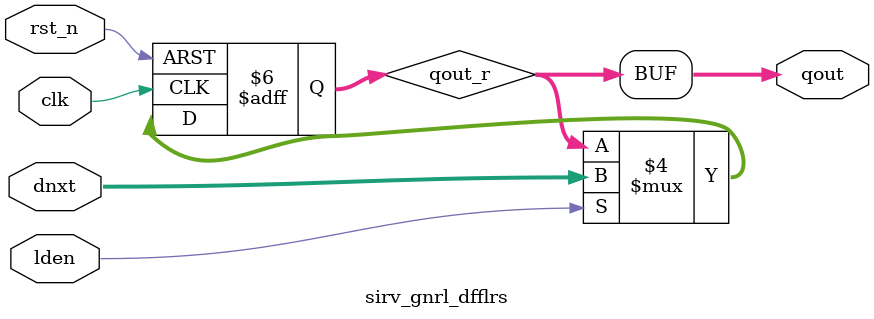
<source format=v>

module sirv_gnrl_dfflrs # (
    parameter DW = 32
) (
    input               lden    , 
    input      [DW-1:0] dnxt    ,
    output     [DW-1:0] qout    ,

    input               clk     ,
    input               rst_n
);

reg [DW-1:0] qout_r;

always @(posedge clk or negedge rst_n) 
begin : DFFLRS_PROC
    if (rst_n == 1'b0) begin
        qout_r <= {DW{1'b1}};
    end else if (lden == 1'b1) begin
        qout_r <= dnxt;
    end
end

assign qout = qout_r;

`ifdef SIMULATION//{
`ifdef ENABLE_SV_ASSERTION//{
//synopsys translate_off
sirv_gnrl_xchecker # (
  .DW(1)
) sirv_gnrl_xchecker(
  .i_dat(lden),
  .clk  (clk)
);
//synopsys translate_on
`endif//}
`endif//}
    

endmodule
</source>
